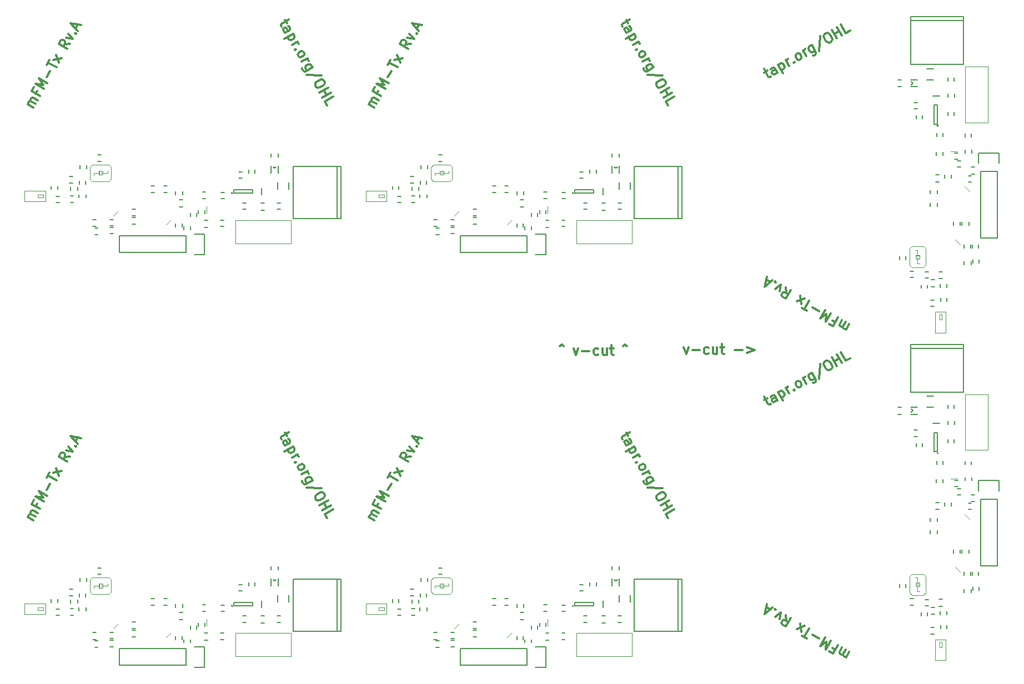
<source format=gto>
G04 #@! TF.FileFunction,Legend,Top*
%FSLAX45Y45*%
G04 Gerber Fmt 4.5, Leading zero omitted, Abs format (unit mm)*
G04 Created by KiCad (PCBNEW 4.0.2+e4-6225~38~ubuntu14.04.1-stable) date Sat 30 Jul 2016 12:01:36 AM CDT*
%MOMM*%
G01*
G04 APERTURE LIST*
%ADD10C,0.100000*%
%ADD11C,0.300000*%
%ADD12C,0.150000*%
G04 APERTURE END LIST*
D10*
D11*
X17762518Y-7473377D02*
X17712518Y-7559979D01*
X17719661Y-7547608D02*
X17709904Y-7550222D01*
X17693960Y-7549265D01*
X17675403Y-7538551D01*
X17666602Y-7525222D01*
X17667559Y-7509279D01*
X17706845Y-7441234D01*
X17667559Y-7509279D02*
X17654231Y-7518079D01*
X17638287Y-7517122D01*
X17619730Y-7506408D01*
X17610929Y-7493079D01*
X17611886Y-7477136D01*
X17651172Y-7409091D01*
X17506726Y-7416422D02*
X17550027Y-7441422D01*
X17589313Y-7373377D02*
X17514313Y-7503281D01*
X17452454Y-7467566D01*
X17477967Y-7309091D02*
X17402967Y-7438995D01*
X17413237Y-7321206D01*
X17316364Y-7388995D01*
X17391364Y-7259091D01*
X17300934Y-7272864D02*
X17201960Y-7215721D01*
X17112230Y-7271138D02*
X17037999Y-7228281D01*
X17150114Y-7119805D02*
X17075114Y-7249709D01*
X17082070Y-7080520D02*
X16964025Y-7127837D01*
X17032070Y-7167122D02*
X17014025Y-7041234D01*
X16791333Y-6912663D02*
X16798920Y-6999521D01*
X16865563Y-6955520D02*
X16790563Y-7085423D01*
X16741076Y-7056852D01*
X16732276Y-7043523D01*
X16729661Y-7033766D01*
X16730618Y-7017823D01*
X16741332Y-6999265D01*
X16754661Y-6990465D01*
X16764418Y-6987850D01*
X16780362Y-6988807D01*
X16829849Y-7017379D01*
X16698031Y-6974265D02*
X16717102Y-6869805D01*
X16636172Y-6938551D01*
X16629542Y-6835749D02*
X16626928Y-6825991D01*
X16636685Y-6823377D01*
X16639300Y-6833134D01*
X16629542Y-6835749D01*
X16636685Y-6823377D01*
X16559583Y-6828349D02*
X16497724Y-6792635D01*
X16593384Y-6798377D02*
X16475082Y-6903281D01*
X16506781Y-6748377D01*
X17762518Y-12473377D02*
X17712518Y-12559979D01*
X17719661Y-12547608D02*
X17709904Y-12550222D01*
X17693960Y-12549265D01*
X17675403Y-12538551D01*
X17666602Y-12525222D01*
X17667559Y-12509279D01*
X17706845Y-12441234D01*
X17667559Y-12509279D02*
X17654231Y-12518079D01*
X17638287Y-12517122D01*
X17619730Y-12506408D01*
X17610929Y-12493079D01*
X17611886Y-12477136D01*
X17651172Y-12409091D01*
X17506726Y-12416422D02*
X17550027Y-12441422D01*
X17589313Y-12373377D02*
X17514313Y-12503281D01*
X17452454Y-12467566D01*
X17477967Y-12309091D02*
X17402967Y-12438995D01*
X17413237Y-12321206D01*
X17316364Y-12388995D01*
X17391364Y-12259091D01*
X17300934Y-12272864D02*
X17201960Y-12215721D01*
X17112230Y-12271138D02*
X17037999Y-12228281D01*
X17150114Y-12119805D02*
X17075114Y-12249709D01*
X17082070Y-12080520D02*
X16964025Y-12127837D01*
X17032070Y-12167122D02*
X17014025Y-12041234D01*
X16791333Y-11912663D02*
X16798920Y-11999521D01*
X16865563Y-11955520D02*
X16790563Y-12085423D01*
X16741076Y-12056852D01*
X16732276Y-12043523D01*
X16729661Y-12033766D01*
X16730618Y-12017823D01*
X16741332Y-11999265D01*
X16754661Y-11990465D01*
X16764418Y-11987850D01*
X16780362Y-11988807D01*
X16829849Y-12017379D01*
X16698031Y-11974265D02*
X16717102Y-11869805D01*
X16636172Y-11938551D01*
X16629542Y-11835749D02*
X16626928Y-11825991D01*
X16636685Y-11823377D01*
X16639300Y-11833134D01*
X16629542Y-11835749D01*
X16636685Y-11823377D01*
X16559583Y-11828349D02*
X16497724Y-11792635D01*
X16593384Y-11798377D02*
X16475082Y-11903281D01*
X16506781Y-11748377D01*
X15238571Y-7827857D02*
X15274286Y-7927857D01*
X15310000Y-7827857D01*
X15367143Y-7870714D02*
X15481429Y-7870714D01*
X15617143Y-7920714D02*
X15602857Y-7927857D01*
X15574286Y-7927857D01*
X15560000Y-7920714D01*
X15552857Y-7913571D01*
X15545714Y-7899286D01*
X15545714Y-7856429D01*
X15552857Y-7842143D01*
X15560000Y-7835000D01*
X15574286Y-7827857D01*
X15602857Y-7827857D01*
X15617143Y-7835000D01*
X15745714Y-7827857D02*
X15745714Y-7927857D01*
X15681429Y-7827857D02*
X15681429Y-7906429D01*
X15688571Y-7920714D01*
X15702857Y-7927857D01*
X15724286Y-7927857D01*
X15738571Y-7920714D01*
X15745714Y-7913571D01*
X15795714Y-7827857D02*
X15852857Y-7827857D01*
X15817143Y-7777857D02*
X15817143Y-7906429D01*
X15824286Y-7920714D01*
X15838571Y-7927857D01*
X15852857Y-7927857D01*
X16017143Y-7870714D02*
X16131429Y-7870714D01*
X16202857Y-7827857D02*
X16317143Y-7870714D01*
X16202857Y-7913571D01*
X13349286Y-7807143D02*
X13377857Y-7785714D01*
X13406429Y-7807143D01*
X13556429Y-7842857D02*
X13592143Y-7942857D01*
X13627857Y-7842857D01*
X13685000Y-7885714D02*
X13799286Y-7885714D01*
X13935000Y-7935714D02*
X13920714Y-7942857D01*
X13892143Y-7942857D01*
X13877857Y-7935714D01*
X13870714Y-7928571D01*
X13863571Y-7914286D01*
X13863571Y-7871429D01*
X13870714Y-7857143D01*
X13877857Y-7850000D01*
X13892143Y-7842857D01*
X13920714Y-7842857D01*
X13935000Y-7850000D01*
X14063571Y-7842857D02*
X14063571Y-7942857D01*
X13999286Y-7842857D02*
X13999286Y-7921429D01*
X14006428Y-7935714D01*
X14020714Y-7942857D01*
X14042143Y-7942857D01*
X14056428Y-7935714D01*
X14063571Y-7928571D01*
X14113571Y-7842857D02*
X14170714Y-7842857D01*
X14135000Y-7792857D02*
X14135000Y-7921429D01*
X14142143Y-7935714D01*
X14156429Y-7942857D01*
X14170714Y-7942857D01*
X14313571Y-7807143D02*
X14342143Y-7785714D01*
X14370714Y-7807143D01*
X10521623Y-10467518D02*
X10435021Y-10417518D01*
X10447392Y-10424661D02*
X10444778Y-10414904D01*
X10445735Y-10398960D01*
X10456449Y-10380403D01*
X10469778Y-10371602D01*
X10485721Y-10372559D01*
X10553766Y-10411845D01*
X10485721Y-10372559D02*
X10476921Y-10359231D01*
X10477878Y-10343287D01*
X10488592Y-10324730D01*
X10501921Y-10315929D01*
X10517864Y-10316886D01*
X10585909Y-10356172D01*
X10578578Y-10211726D02*
X10553578Y-10255027D01*
X10621623Y-10294313D02*
X10491719Y-10219313D01*
X10527434Y-10157454D01*
X10685909Y-10182967D02*
X10556005Y-10107967D01*
X10673794Y-10118237D01*
X10606005Y-10021364D01*
X10735909Y-10096364D01*
X10722136Y-10005934D02*
X10779279Y-9906960D01*
X10723862Y-9817230D02*
X10766719Y-9742999D01*
X10875195Y-9855114D02*
X10745291Y-9780114D01*
X10914480Y-9787070D02*
X10867163Y-9669025D01*
X10827878Y-9737070D02*
X10953766Y-9719025D01*
X11082337Y-9496333D02*
X10995479Y-9503920D01*
X11039480Y-9570563D02*
X10909577Y-9495563D01*
X10938148Y-9446076D01*
X10951477Y-9437276D01*
X10961234Y-9434661D01*
X10977177Y-9435618D01*
X10995735Y-9446333D01*
X11004535Y-9459661D01*
X11007150Y-9469419D01*
X11006193Y-9485362D01*
X10977621Y-9534849D01*
X11020735Y-9403031D02*
X11125195Y-9422102D01*
X11056449Y-9341172D01*
X11159251Y-9334542D02*
X11169009Y-9331928D01*
X11171623Y-9341685D01*
X11161866Y-9344300D01*
X11159251Y-9334542D01*
X11171623Y-9341685D01*
X11166651Y-9264584D02*
X11202365Y-9202725D01*
X11196623Y-9298384D02*
X11091719Y-9180083D01*
X11246623Y-9211781D01*
X16466060Y-8634664D02*
X16515547Y-8606092D01*
X16459618Y-8580648D02*
X16523903Y-8691994D01*
X16537232Y-8700795D01*
X16553175Y-8699837D01*
X16565547Y-8692695D01*
X16664522Y-8635552D02*
X16625236Y-8567507D01*
X16611907Y-8558707D01*
X16595964Y-8559664D01*
X16571220Y-8573949D01*
X16562420Y-8587278D01*
X16660950Y-8629366D02*
X16652150Y-8642695D01*
X16621220Y-8660552D01*
X16605277Y-8661509D01*
X16591948Y-8652708D01*
X16584805Y-8640337D01*
X16583848Y-8624393D01*
X16592649Y-8611065D01*
X16623578Y-8593208D01*
X16632379Y-8579879D01*
X16676381Y-8513235D02*
X16751381Y-8643139D01*
X16679952Y-8519421D02*
X16688752Y-8506092D01*
X16713496Y-8491806D01*
X16729439Y-8490849D01*
X16739196Y-8493464D01*
X16752525Y-8502264D01*
X16773954Y-8539380D01*
X16774911Y-8555323D01*
X16772296Y-8565080D01*
X16763496Y-8578409D01*
X16738752Y-8592695D01*
X16722809Y-8593652D01*
X16843913Y-8531980D02*
X16793913Y-8445378D01*
X16808198Y-8470121D02*
X16807241Y-8454178D01*
X16809856Y-8444421D01*
X16818656Y-8431092D01*
X16831028Y-8423949D01*
X16917186Y-8473180D02*
X16926944Y-8475795D01*
X16924329Y-8485552D01*
X16914572Y-8482937D01*
X16917186Y-8473180D01*
X16924329Y-8485552D01*
X17004746Y-8439123D02*
X16988803Y-8440080D01*
X16979045Y-8437466D01*
X16965717Y-8428665D01*
X16944288Y-8391550D01*
X16943331Y-8375607D01*
X16945946Y-8365849D01*
X16954746Y-8352521D01*
X16973304Y-8341806D01*
X16989247Y-8340849D01*
X16999004Y-8343464D01*
X17012333Y-8352264D01*
X17033762Y-8389380D01*
X17034718Y-8405323D01*
X17032104Y-8415080D01*
X17023304Y-8428409D01*
X17004746Y-8439123D01*
X17103720Y-8381980D02*
X17053720Y-8295378D01*
X17068006Y-8320121D02*
X17067049Y-8304178D01*
X17069663Y-8294421D01*
X17078464Y-8281092D01*
X17090836Y-8273949D01*
X17189810Y-8216806D02*
X17250524Y-8321967D01*
X17251481Y-8337910D01*
X17248867Y-8347667D01*
X17240066Y-8360996D01*
X17221509Y-8371710D01*
X17205565Y-8372667D01*
X17236239Y-8297223D02*
X17227438Y-8310552D01*
X17202695Y-8324837D01*
X17186751Y-8325794D01*
X17176994Y-8323180D01*
X17163665Y-8314380D01*
X17142237Y-8277264D01*
X17141280Y-8261321D01*
X17143894Y-8251564D01*
X17152695Y-8238235D01*
X17177438Y-8223949D01*
X17193381Y-8222992D01*
X17315886Y-8078033D02*
X17300968Y-8309338D01*
X17387502Y-8044934D02*
X17412246Y-8030648D01*
X17428189Y-8029691D01*
X17447704Y-8034920D01*
X17468175Y-8056092D01*
X17493175Y-8099393D01*
X17501275Y-8127708D01*
X17496046Y-8147223D01*
X17487246Y-8160552D01*
X17462502Y-8174837D01*
X17446559Y-8175794D01*
X17427044Y-8170565D01*
X17406573Y-8149393D01*
X17381573Y-8106092D01*
X17373473Y-8077777D01*
X17378702Y-8058262D01*
X17387502Y-8044934D01*
X17573848Y-8110552D02*
X17498848Y-7980648D01*
X17534563Y-8042507D02*
X17608793Y-7999650D01*
X17648079Y-8067694D02*
X17573079Y-7937791D01*
X17771797Y-7996266D02*
X17709938Y-8031980D01*
X17634938Y-7902076D01*
X16466060Y-3634663D02*
X16515547Y-3606092D01*
X16459618Y-3580648D02*
X16523903Y-3691994D01*
X16537232Y-3700794D01*
X16553175Y-3699837D01*
X16565547Y-3692695D01*
X16664522Y-3635552D02*
X16625236Y-3567507D01*
X16611907Y-3558707D01*
X16595964Y-3559663D01*
X16571220Y-3573949D01*
X16562420Y-3587278D01*
X16660950Y-3629366D02*
X16652150Y-3642695D01*
X16621220Y-3660552D01*
X16605277Y-3661509D01*
X16591948Y-3652708D01*
X16584805Y-3640337D01*
X16583848Y-3624393D01*
X16592649Y-3611065D01*
X16623578Y-3593207D01*
X16632379Y-3579879D01*
X16676381Y-3513235D02*
X16751381Y-3643139D01*
X16679952Y-3519421D02*
X16688752Y-3506092D01*
X16713496Y-3491806D01*
X16729439Y-3490849D01*
X16739196Y-3493464D01*
X16752525Y-3502264D01*
X16773954Y-3539380D01*
X16774911Y-3555323D01*
X16772296Y-3565080D01*
X16763496Y-3578409D01*
X16738752Y-3592695D01*
X16722809Y-3593652D01*
X16843913Y-3531980D02*
X16793913Y-3445378D01*
X16808198Y-3470121D02*
X16807241Y-3454178D01*
X16809856Y-3444421D01*
X16818656Y-3431092D01*
X16831028Y-3423949D01*
X16917186Y-3473180D02*
X16926944Y-3475794D01*
X16924329Y-3485552D01*
X16914572Y-3482937D01*
X16917186Y-3473180D01*
X16924329Y-3485552D01*
X17004746Y-3439123D02*
X16988803Y-3440080D01*
X16979045Y-3437466D01*
X16965717Y-3428665D01*
X16944288Y-3391550D01*
X16943331Y-3375607D01*
X16945946Y-3365849D01*
X16954746Y-3352521D01*
X16973304Y-3341806D01*
X16989247Y-3340849D01*
X16999004Y-3343464D01*
X17012333Y-3352264D01*
X17033762Y-3389380D01*
X17034718Y-3405323D01*
X17032104Y-3415080D01*
X17023304Y-3428409D01*
X17004746Y-3439123D01*
X17103720Y-3381980D02*
X17053720Y-3295378D01*
X17068006Y-3320121D02*
X17067049Y-3304178D01*
X17069663Y-3294421D01*
X17078464Y-3281092D01*
X17090836Y-3273949D01*
X17189810Y-3216806D02*
X17250524Y-3321967D01*
X17251481Y-3337910D01*
X17248867Y-3347667D01*
X17240066Y-3360996D01*
X17221509Y-3371710D01*
X17205565Y-3372667D01*
X17236239Y-3297223D02*
X17227438Y-3310552D01*
X17202695Y-3324837D01*
X17186751Y-3325794D01*
X17176994Y-3323180D01*
X17163665Y-3314380D01*
X17142237Y-3277264D01*
X17141280Y-3261321D01*
X17143894Y-3251564D01*
X17152695Y-3238235D01*
X17177438Y-3223949D01*
X17193381Y-3222992D01*
X17315886Y-3078033D02*
X17300968Y-3309338D01*
X17387502Y-3044934D02*
X17412246Y-3030648D01*
X17428189Y-3029691D01*
X17447704Y-3034920D01*
X17468175Y-3056092D01*
X17493175Y-3099393D01*
X17501275Y-3127708D01*
X17496046Y-3147223D01*
X17487246Y-3160552D01*
X17462502Y-3174837D01*
X17446559Y-3175794D01*
X17427044Y-3170565D01*
X17406573Y-3149393D01*
X17381573Y-3106092D01*
X17373473Y-3077777D01*
X17378702Y-3058262D01*
X17387502Y-3044934D01*
X17573848Y-3110552D02*
X17498848Y-2980648D01*
X17534563Y-3042507D02*
X17608793Y-2999650D01*
X17648079Y-3067694D02*
X17573079Y-2937791D01*
X17771797Y-2996266D02*
X17709938Y-3031980D01*
X17634938Y-2902076D01*
X14360336Y-9131060D02*
X14388908Y-9180547D01*
X14414352Y-9124618D02*
X14303006Y-9188904D01*
X14294205Y-9202232D01*
X14295163Y-9218176D01*
X14302305Y-9230547D01*
X14359448Y-9329522D02*
X14427493Y-9290236D01*
X14436293Y-9276907D01*
X14435336Y-9260964D01*
X14421051Y-9236220D01*
X14407722Y-9227420D01*
X14365634Y-9325950D02*
X14352305Y-9317150D01*
X14334448Y-9286220D01*
X14333491Y-9270277D01*
X14342292Y-9256948D01*
X14354663Y-9249806D01*
X14370607Y-9248849D01*
X14383935Y-9257649D01*
X14401792Y-9288578D01*
X14415121Y-9297379D01*
X14481765Y-9341381D02*
X14351861Y-9416381D01*
X14475579Y-9344952D02*
X14488908Y-9353752D01*
X14503194Y-9378496D01*
X14504151Y-9394439D01*
X14501536Y-9404197D01*
X14492736Y-9417525D01*
X14455620Y-9438954D01*
X14439677Y-9439911D01*
X14429920Y-9437296D01*
X14416591Y-9428496D01*
X14402305Y-9403752D01*
X14401348Y-9387809D01*
X14463020Y-9508913D02*
X14549622Y-9458913D01*
X14524879Y-9473198D02*
X14540822Y-9472241D01*
X14550579Y-9474856D01*
X14563908Y-9483656D01*
X14571051Y-9496028D01*
X14521820Y-9582186D02*
X14519205Y-9591944D01*
X14509448Y-9589329D01*
X14512063Y-9579572D01*
X14521820Y-9582186D01*
X14509448Y-9589329D01*
X14555877Y-9669746D02*
X14554920Y-9653803D01*
X14557534Y-9644045D01*
X14566335Y-9630717D01*
X14603450Y-9609288D01*
X14619393Y-9608331D01*
X14629151Y-9610946D01*
X14642479Y-9619746D01*
X14653194Y-9638304D01*
X14654151Y-9654247D01*
X14651536Y-9664004D01*
X14642736Y-9677333D01*
X14605620Y-9698762D01*
X14589677Y-9699718D01*
X14579920Y-9697104D01*
X14566591Y-9688304D01*
X14555877Y-9669746D01*
X14613020Y-9768720D02*
X14699622Y-9718720D01*
X14674879Y-9733006D02*
X14690822Y-9732049D01*
X14700579Y-9734663D01*
X14713908Y-9743464D01*
X14721051Y-9755836D01*
X14778194Y-9854810D02*
X14673033Y-9915524D01*
X14657090Y-9916481D01*
X14647333Y-9913867D01*
X14634004Y-9905066D01*
X14623290Y-9886509D01*
X14622333Y-9870565D01*
X14697777Y-9901239D02*
X14684448Y-9892438D01*
X14670163Y-9867695D01*
X14669205Y-9851751D01*
X14671820Y-9841994D01*
X14680620Y-9828665D01*
X14717736Y-9807237D01*
X14733679Y-9806280D01*
X14743436Y-9808894D01*
X14756765Y-9817695D01*
X14771051Y-9842438D01*
X14772008Y-9858381D01*
X14916966Y-9980886D02*
X14685662Y-9965968D01*
X14950066Y-10052502D02*
X14964352Y-10077246D01*
X14965309Y-10093189D01*
X14960080Y-10112704D01*
X14938908Y-10133175D01*
X14895607Y-10158175D01*
X14867292Y-10166275D01*
X14847777Y-10161046D01*
X14834448Y-10152246D01*
X14820163Y-10127502D01*
X14819206Y-10111559D01*
X14824434Y-10092044D01*
X14845607Y-10071573D01*
X14888908Y-10046573D01*
X14917223Y-10038473D01*
X14936738Y-10043702D01*
X14950066Y-10052502D01*
X14884448Y-10238848D02*
X15014352Y-10163848D01*
X14952493Y-10199563D02*
X14995350Y-10273793D01*
X14927305Y-10313079D02*
X15057209Y-10238079D01*
X14998734Y-10436797D02*
X14963020Y-10374938D01*
X15092924Y-10299938D01*
X5321623Y-10467518D02*
X5235021Y-10417518D01*
X5247392Y-10424661D02*
X5244778Y-10414904D01*
X5245735Y-10398960D01*
X5256449Y-10380403D01*
X5269778Y-10371602D01*
X5285721Y-10372559D01*
X5353766Y-10411845D01*
X5285721Y-10372559D02*
X5276921Y-10359231D01*
X5277878Y-10343287D01*
X5288592Y-10324730D01*
X5301921Y-10315929D01*
X5317864Y-10316886D01*
X5385909Y-10356172D01*
X5378578Y-10211726D02*
X5353578Y-10255027D01*
X5421623Y-10294313D02*
X5291719Y-10219313D01*
X5327434Y-10157454D01*
X5485909Y-10182967D02*
X5356005Y-10107967D01*
X5473794Y-10118237D01*
X5406005Y-10021364D01*
X5535909Y-10096364D01*
X5522136Y-10005934D02*
X5579279Y-9906960D01*
X5523862Y-9817230D02*
X5566719Y-9742999D01*
X5675195Y-9855114D02*
X5545291Y-9780114D01*
X5714480Y-9787070D02*
X5667163Y-9669025D01*
X5627878Y-9737070D02*
X5753766Y-9719025D01*
X5882337Y-9496333D02*
X5795478Y-9503920D01*
X5839480Y-9570563D02*
X5709576Y-9495563D01*
X5738148Y-9446076D01*
X5751477Y-9437276D01*
X5761234Y-9434661D01*
X5777177Y-9435618D01*
X5795735Y-9446333D01*
X5804535Y-9459661D01*
X5807150Y-9469419D01*
X5806193Y-9485362D01*
X5777621Y-9534849D01*
X5820735Y-9403031D02*
X5925195Y-9422102D01*
X5856449Y-9341172D01*
X5959251Y-9334542D02*
X5969009Y-9331928D01*
X5971623Y-9341685D01*
X5961866Y-9344300D01*
X5959251Y-9334542D01*
X5971623Y-9341685D01*
X5966651Y-9264584D02*
X6002365Y-9202725D01*
X5996623Y-9298384D02*
X5891719Y-9180083D01*
X6046623Y-9211781D01*
X9160337Y-9131060D02*
X9188908Y-9180547D01*
X9214352Y-9124618D02*
X9103006Y-9188904D01*
X9094206Y-9202232D01*
X9095163Y-9218176D01*
X9102305Y-9230547D01*
X9159448Y-9329522D02*
X9227493Y-9290236D01*
X9236293Y-9276907D01*
X9235337Y-9260964D01*
X9221051Y-9236220D01*
X9207722Y-9227420D01*
X9165634Y-9325950D02*
X9152305Y-9317150D01*
X9134448Y-9286220D01*
X9133491Y-9270277D01*
X9142292Y-9256948D01*
X9154663Y-9249806D01*
X9170607Y-9248849D01*
X9183935Y-9257649D01*
X9201793Y-9288578D01*
X9215121Y-9297379D01*
X9281765Y-9341381D02*
X9151861Y-9416381D01*
X9275579Y-9344952D02*
X9288908Y-9353752D01*
X9303194Y-9378496D01*
X9304151Y-9394439D01*
X9301536Y-9404197D01*
X9292736Y-9417525D01*
X9255620Y-9438954D01*
X9239677Y-9439911D01*
X9229920Y-9437296D01*
X9216591Y-9428496D01*
X9202305Y-9403752D01*
X9201348Y-9387809D01*
X9263020Y-9508913D02*
X9349622Y-9458913D01*
X9324879Y-9473198D02*
X9340822Y-9472241D01*
X9350579Y-9474856D01*
X9363908Y-9483656D01*
X9371051Y-9496028D01*
X9321820Y-9582186D02*
X9319206Y-9591944D01*
X9309448Y-9589329D01*
X9312063Y-9579572D01*
X9321820Y-9582186D01*
X9309448Y-9589329D01*
X9355877Y-9669746D02*
X9354920Y-9653803D01*
X9357534Y-9644045D01*
X9366335Y-9630717D01*
X9403450Y-9609288D01*
X9419393Y-9608331D01*
X9429151Y-9610946D01*
X9442479Y-9619746D01*
X9453194Y-9638304D01*
X9454151Y-9654247D01*
X9451536Y-9664004D01*
X9442736Y-9677333D01*
X9405620Y-9698762D01*
X9389677Y-9699718D01*
X9379920Y-9697104D01*
X9366591Y-9688304D01*
X9355877Y-9669746D01*
X9413020Y-9768720D02*
X9499622Y-9718720D01*
X9474879Y-9733006D02*
X9490822Y-9732049D01*
X9500579Y-9734663D01*
X9513908Y-9743464D01*
X9521051Y-9755836D01*
X9578194Y-9854810D02*
X9473033Y-9915524D01*
X9457090Y-9916481D01*
X9447333Y-9913867D01*
X9434004Y-9905066D01*
X9423290Y-9886509D01*
X9422333Y-9870565D01*
X9497777Y-9901239D02*
X9484448Y-9892438D01*
X9470163Y-9867695D01*
X9469206Y-9851751D01*
X9471820Y-9841994D01*
X9480620Y-9828665D01*
X9517736Y-9807237D01*
X9533679Y-9806280D01*
X9543436Y-9808894D01*
X9556765Y-9817695D01*
X9571051Y-9842438D01*
X9572008Y-9858381D01*
X9716967Y-9980886D02*
X9485662Y-9965968D01*
X9750066Y-10052502D02*
X9764352Y-10077246D01*
X9765309Y-10093189D01*
X9760080Y-10112704D01*
X9738908Y-10133175D01*
X9695607Y-10158175D01*
X9667292Y-10166275D01*
X9647777Y-10161046D01*
X9634448Y-10152246D01*
X9620163Y-10127502D01*
X9619206Y-10111559D01*
X9624435Y-10092044D01*
X9645607Y-10071573D01*
X9688908Y-10046573D01*
X9717223Y-10038473D01*
X9736738Y-10043702D01*
X9750066Y-10052502D01*
X9684448Y-10238848D02*
X9814352Y-10163848D01*
X9752493Y-10199563D02*
X9795350Y-10273793D01*
X9727306Y-10313079D02*
X9857209Y-10238079D01*
X9798734Y-10436797D02*
X9763020Y-10374938D01*
X9892924Y-10299938D01*
X14360336Y-2831060D02*
X14388908Y-2880547D01*
X14414352Y-2824618D02*
X14303006Y-2888903D01*
X14294205Y-2902232D01*
X14295163Y-2918175D01*
X14302305Y-2930547D01*
X14359448Y-3029522D02*
X14427493Y-2990236D01*
X14436293Y-2976907D01*
X14435336Y-2960964D01*
X14421051Y-2936220D01*
X14407722Y-2927420D01*
X14365634Y-3025950D02*
X14352305Y-3017150D01*
X14334448Y-2986220D01*
X14333491Y-2970277D01*
X14342292Y-2956948D01*
X14354663Y-2949805D01*
X14370607Y-2948848D01*
X14383935Y-2957649D01*
X14401792Y-2988578D01*
X14415121Y-2997379D01*
X14481765Y-3041381D02*
X14351861Y-3116381D01*
X14475579Y-3044952D02*
X14488908Y-3053752D01*
X14503194Y-3078496D01*
X14504151Y-3094439D01*
X14501536Y-3104196D01*
X14492736Y-3117525D01*
X14455620Y-3138954D01*
X14439677Y-3139911D01*
X14429920Y-3137296D01*
X14416591Y-3128496D01*
X14402305Y-3103752D01*
X14401348Y-3087809D01*
X14463020Y-3208913D02*
X14549622Y-3158913D01*
X14524879Y-3173198D02*
X14540822Y-3172241D01*
X14550579Y-3174856D01*
X14563908Y-3183656D01*
X14571051Y-3196028D01*
X14521820Y-3282186D02*
X14519205Y-3291944D01*
X14509448Y-3289329D01*
X14512063Y-3279572D01*
X14521820Y-3282186D01*
X14509448Y-3289329D01*
X14555877Y-3369746D02*
X14554920Y-3353803D01*
X14557534Y-3344045D01*
X14566335Y-3330716D01*
X14603450Y-3309288D01*
X14619393Y-3308331D01*
X14629151Y-3310945D01*
X14642479Y-3319746D01*
X14653194Y-3338303D01*
X14654151Y-3354247D01*
X14651536Y-3364004D01*
X14642736Y-3377333D01*
X14605620Y-3398761D01*
X14589677Y-3399718D01*
X14579920Y-3397104D01*
X14566591Y-3388303D01*
X14555877Y-3369746D01*
X14613020Y-3468720D02*
X14699622Y-3418720D01*
X14674879Y-3433006D02*
X14690822Y-3432049D01*
X14700579Y-3434663D01*
X14713908Y-3443464D01*
X14721051Y-3455835D01*
X14778194Y-3554810D02*
X14673033Y-3615524D01*
X14657090Y-3616481D01*
X14647333Y-3613867D01*
X14634004Y-3605066D01*
X14623290Y-3586509D01*
X14622333Y-3570565D01*
X14697777Y-3601238D02*
X14684448Y-3592438D01*
X14670163Y-3567694D01*
X14669205Y-3551751D01*
X14671820Y-3541994D01*
X14680620Y-3528665D01*
X14717736Y-3507237D01*
X14733679Y-3506280D01*
X14743436Y-3508894D01*
X14756765Y-3517694D01*
X14771051Y-3542438D01*
X14772008Y-3558381D01*
X14916966Y-3680886D02*
X14685662Y-3665968D01*
X14950066Y-3752502D02*
X14964352Y-3777246D01*
X14965309Y-3793189D01*
X14960080Y-3812704D01*
X14938908Y-3833175D01*
X14895607Y-3858175D01*
X14867292Y-3866275D01*
X14847777Y-3861046D01*
X14834448Y-3852246D01*
X14820163Y-3827502D01*
X14819206Y-3811559D01*
X14824434Y-3792044D01*
X14845607Y-3771573D01*
X14888908Y-3746573D01*
X14917223Y-3738473D01*
X14936738Y-3743702D01*
X14950066Y-3752502D01*
X14884448Y-3938848D02*
X15014352Y-3863848D01*
X14952493Y-3899563D02*
X14995350Y-3973793D01*
X14927305Y-4013079D02*
X15057209Y-3938079D01*
X14998734Y-4136797D02*
X14963020Y-4074938D01*
X15092924Y-3999938D01*
X10521623Y-4167518D02*
X10435021Y-4117518D01*
X10447392Y-4124661D02*
X10444778Y-4114904D01*
X10445735Y-4098960D01*
X10456449Y-4080403D01*
X10469778Y-4071602D01*
X10485721Y-4072559D01*
X10553766Y-4111845D01*
X10485721Y-4072559D02*
X10476921Y-4059231D01*
X10477878Y-4043287D01*
X10488592Y-4024730D01*
X10501921Y-4015929D01*
X10517864Y-4016886D01*
X10585909Y-4056172D01*
X10578578Y-3911726D02*
X10553578Y-3955027D01*
X10621623Y-3994313D02*
X10491719Y-3919313D01*
X10527434Y-3857454D01*
X10685909Y-3882967D02*
X10556005Y-3807967D01*
X10673794Y-3818237D01*
X10606005Y-3721364D01*
X10735909Y-3796364D01*
X10722136Y-3705934D02*
X10779279Y-3606960D01*
X10723862Y-3517230D02*
X10766719Y-3442999D01*
X10875195Y-3555114D02*
X10745291Y-3480114D01*
X10914480Y-3487070D02*
X10867163Y-3369025D01*
X10827878Y-3437070D02*
X10953766Y-3419025D01*
X11082337Y-3196332D02*
X10995479Y-3203919D01*
X11039480Y-3270563D02*
X10909577Y-3195563D01*
X10938148Y-3146076D01*
X10951477Y-3137276D01*
X10961234Y-3134661D01*
X10977177Y-3135618D01*
X10995735Y-3146332D01*
X11004535Y-3159661D01*
X11007150Y-3169418D01*
X11006193Y-3185362D01*
X10977621Y-3234849D01*
X11020735Y-3103031D02*
X11125195Y-3122102D01*
X11056449Y-3041172D01*
X11159251Y-3034542D02*
X11169009Y-3031928D01*
X11171623Y-3041685D01*
X11161866Y-3044300D01*
X11159251Y-3034542D01*
X11171623Y-3041685D01*
X11166651Y-2964583D02*
X11202365Y-2902724D01*
X11196623Y-2998384D02*
X11091719Y-2880082D01*
X11246623Y-2911781D01*
X5321623Y-4167518D02*
X5235021Y-4117518D01*
X5247392Y-4124661D02*
X5244778Y-4114904D01*
X5245735Y-4098960D01*
X5256449Y-4080403D01*
X5269778Y-4071602D01*
X5285721Y-4072559D01*
X5353766Y-4111845D01*
X5285721Y-4072559D02*
X5276921Y-4059231D01*
X5277878Y-4043287D01*
X5288592Y-4024730D01*
X5301921Y-4015929D01*
X5317864Y-4016886D01*
X5385909Y-4056172D01*
X5378578Y-3911726D02*
X5353578Y-3955027D01*
X5421623Y-3994313D02*
X5291719Y-3919313D01*
X5327434Y-3857454D01*
X5485909Y-3882967D02*
X5356005Y-3807967D01*
X5473794Y-3818237D01*
X5406005Y-3721364D01*
X5535909Y-3796364D01*
X5522136Y-3705934D02*
X5579279Y-3606960D01*
X5523862Y-3517230D02*
X5566719Y-3442999D01*
X5675195Y-3555114D02*
X5545291Y-3480114D01*
X5714480Y-3487070D02*
X5667163Y-3369025D01*
X5627878Y-3437070D02*
X5753766Y-3419025D01*
X5882337Y-3196332D02*
X5795478Y-3203919D01*
X5839480Y-3270563D02*
X5709576Y-3195563D01*
X5738148Y-3146076D01*
X5751477Y-3137276D01*
X5761234Y-3134661D01*
X5777177Y-3135618D01*
X5795735Y-3146332D01*
X5804535Y-3159661D01*
X5807150Y-3169418D01*
X5806193Y-3185362D01*
X5777621Y-3234849D01*
X5820735Y-3103031D02*
X5925195Y-3122102D01*
X5856449Y-3041172D01*
X5959251Y-3034542D02*
X5969009Y-3031928D01*
X5971623Y-3041685D01*
X5961866Y-3044300D01*
X5959251Y-3034542D01*
X5971623Y-3041685D01*
X5966651Y-2964583D02*
X6002365Y-2902724D01*
X5996623Y-2998384D02*
X5891719Y-2880082D01*
X6046623Y-2911781D01*
X9160337Y-2831060D02*
X9188908Y-2880547D01*
X9214352Y-2824618D02*
X9103006Y-2888903D01*
X9094206Y-2902232D01*
X9095163Y-2918175D01*
X9102305Y-2930547D01*
X9159448Y-3029522D02*
X9227493Y-2990236D01*
X9236293Y-2976907D01*
X9235337Y-2960964D01*
X9221051Y-2936220D01*
X9207722Y-2927420D01*
X9165634Y-3025950D02*
X9152305Y-3017150D01*
X9134448Y-2986220D01*
X9133491Y-2970277D01*
X9142292Y-2956948D01*
X9154663Y-2949805D01*
X9170607Y-2948848D01*
X9183935Y-2957649D01*
X9201793Y-2988578D01*
X9215121Y-2997379D01*
X9281765Y-3041381D02*
X9151861Y-3116381D01*
X9275579Y-3044952D02*
X9288908Y-3053752D01*
X9303194Y-3078496D01*
X9304151Y-3094439D01*
X9301536Y-3104196D01*
X9292736Y-3117525D01*
X9255620Y-3138954D01*
X9239677Y-3139911D01*
X9229920Y-3137296D01*
X9216591Y-3128496D01*
X9202305Y-3103752D01*
X9201348Y-3087809D01*
X9263020Y-3208913D02*
X9349622Y-3158913D01*
X9324879Y-3173198D02*
X9340822Y-3172241D01*
X9350579Y-3174856D01*
X9363908Y-3183656D01*
X9371051Y-3196028D01*
X9321820Y-3282186D02*
X9319206Y-3291944D01*
X9309448Y-3289329D01*
X9312063Y-3279572D01*
X9321820Y-3282186D01*
X9309448Y-3289329D01*
X9355877Y-3369746D02*
X9354920Y-3353803D01*
X9357534Y-3344045D01*
X9366335Y-3330716D01*
X9403450Y-3309288D01*
X9419393Y-3308331D01*
X9429151Y-3310945D01*
X9442479Y-3319746D01*
X9453194Y-3338303D01*
X9454151Y-3354247D01*
X9451536Y-3364004D01*
X9442736Y-3377333D01*
X9405620Y-3398761D01*
X9389677Y-3399718D01*
X9379920Y-3397104D01*
X9366591Y-3388303D01*
X9355877Y-3369746D01*
X9413020Y-3468720D02*
X9499622Y-3418720D01*
X9474879Y-3433006D02*
X9490822Y-3432049D01*
X9500579Y-3434663D01*
X9513908Y-3443464D01*
X9521051Y-3455835D01*
X9578194Y-3554810D02*
X9473033Y-3615524D01*
X9457090Y-3616481D01*
X9447333Y-3613867D01*
X9434004Y-3605066D01*
X9423290Y-3586509D01*
X9422333Y-3570565D01*
X9497777Y-3601238D02*
X9484448Y-3592438D01*
X9470163Y-3567694D01*
X9469206Y-3551751D01*
X9471820Y-3541994D01*
X9480620Y-3528665D01*
X9517736Y-3507237D01*
X9533679Y-3506280D01*
X9543436Y-3508894D01*
X9556765Y-3517694D01*
X9571051Y-3542438D01*
X9572008Y-3558381D01*
X9716967Y-3680886D02*
X9485662Y-3665968D01*
X9750066Y-3752502D02*
X9764352Y-3777246D01*
X9765309Y-3793189D01*
X9760080Y-3812704D01*
X9738908Y-3833175D01*
X9695607Y-3858175D01*
X9667292Y-3866275D01*
X9647777Y-3861046D01*
X9634448Y-3852246D01*
X9620163Y-3827502D01*
X9619206Y-3811559D01*
X9624435Y-3792044D01*
X9645607Y-3771573D01*
X9688908Y-3746573D01*
X9717223Y-3738473D01*
X9736738Y-3743702D01*
X9750066Y-3752502D01*
X9684448Y-3938848D02*
X9814352Y-3863848D01*
X9752493Y-3899563D02*
X9795350Y-3973793D01*
X9727306Y-4013079D02*
X9857209Y-3938079D01*
X9798734Y-4136797D02*
X9763020Y-4074938D01*
X9892924Y-3999938D01*
D12*
X19130000Y-10197500D02*
X19080000Y-10197500D01*
X19080000Y-10302500D02*
X19130000Y-10302500D01*
X19212500Y-10195000D02*
X19212500Y-10245000D01*
X19317500Y-10245000D02*
X19317500Y-10195000D01*
D10*
X18802500Y-11417500D02*
X18802500Y-11342500D01*
X18802500Y-11342500D02*
X18767500Y-11342500D01*
X18802500Y-11477500D02*
X18802500Y-11552500D01*
X18802500Y-11552500D02*
X18837500Y-11552500D01*
X18832500Y-11432500D02*
X18832500Y-11462500D01*
X18832500Y-11462500D02*
X18772500Y-11462500D01*
X18772500Y-11462500D02*
X18772500Y-11432500D01*
X18772500Y-11432500D02*
X18832500Y-11432500D01*
X18832500Y-11477500D02*
X18772500Y-11477500D01*
X18832500Y-11417500D02*
X18772500Y-11417500D01*
X18892500Y-11287500D02*
X18712500Y-11287500D01*
X18927500Y-11572500D02*
X18927500Y-11322500D01*
X18892500Y-11607500D02*
X18712500Y-11607500D01*
X18677500Y-11322500D02*
X18677500Y-11572500D01*
X18712500Y-11607500D02*
X18677500Y-11572500D01*
X18712500Y-11287500D02*
X18677500Y-11322500D01*
X18892500Y-11607500D02*
X18927500Y-11572500D01*
X18892500Y-11287500D02*
X18927500Y-11322500D01*
X19592500Y-10447500D02*
X19517500Y-10372500D01*
X19452500Y-11257500D02*
X19377500Y-11182500D01*
X19525000Y-9395000D02*
X19875000Y-9395000D01*
X19525000Y-8545000D02*
X19875000Y-8545000D01*
X19875000Y-9395000D02*
X19875000Y-8545000D01*
X19525000Y-9395000D02*
X19525000Y-8545000D01*
D12*
X19035000Y-8990000D02*
X19135000Y-8990000D01*
D10*
X19175000Y-12325000D02*
X19175000Y-12405000D01*
X19175000Y-12405000D02*
X19135000Y-12405000D01*
X19135000Y-12405000D02*
X19135000Y-12325000D01*
X19175000Y-12325000D02*
X19135000Y-12325000D01*
X19235000Y-12285000D02*
X19235000Y-12605000D01*
X19235000Y-12605000D02*
X19075000Y-12605000D01*
X19075000Y-12605000D02*
X19075000Y-12285000D01*
X19075000Y-12285000D02*
X19235000Y-12285000D01*
X19410000Y-9835000D02*
X19310000Y-9835000D01*
D12*
X19120000Y-9445000D02*
G75*
G03X19120000Y-9445000I-10000J0D01*
G01*
X19055000Y-9420000D02*
X19105000Y-9420000D01*
X19055000Y-9130000D02*
X19055000Y-9420000D01*
X19105000Y-9130000D02*
X19055000Y-9130000D01*
X19105000Y-9420000D02*
X19105000Y-9130000D01*
X19515000Y-11517500D02*
X19515000Y-11567500D01*
X19620000Y-11567500D02*
X19620000Y-11517500D01*
X19350000Y-10917500D02*
X19350000Y-10967500D01*
X19455000Y-10967500D02*
X19455000Y-10917500D01*
X19480000Y-10917500D02*
X19480000Y-10967500D01*
X19585000Y-10967500D02*
X19585000Y-10917500D01*
X18997500Y-10625000D02*
X18997500Y-10675000D01*
X19102500Y-10675000D02*
X19102500Y-10625000D01*
X19102500Y-10485000D02*
X19102500Y-10435000D01*
X18997500Y-10435000D02*
X18997500Y-10485000D01*
X19670000Y-10077500D02*
X19620000Y-10077500D01*
X19620000Y-10182500D02*
X19670000Y-10182500D01*
X18555000Y-8742500D02*
X18505000Y-8742500D01*
X18505000Y-8847500D02*
X18555000Y-8847500D01*
X19087500Y-9845000D02*
X19087500Y-9895000D01*
X19192500Y-9895000D02*
X19192500Y-9845000D01*
X19367500Y-9005000D02*
X19367500Y-8955000D01*
X19262500Y-8955000D02*
X19262500Y-9005000D01*
X19525000Y-9812500D02*
X19525000Y-9862500D01*
X19630000Y-9862500D02*
X19630000Y-9812500D01*
X19763000Y-10144500D02*
X19763000Y-11160500D01*
X19763000Y-11160500D02*
X20017000Y-11160500D01*
X20017000Y-11160500D02*
X20017000Y-10144500D01*
X19735000Y-9862500D02*
X19735000Y-10017500D01*
X19763000Y-10144500D02*
X20017000Y-10144500D01*
X20045000Y-10017500D02*
X20045000Y-9862500D01*
X20045000Y-9862500D02*
X19735000Y-9862500D01*
X19500000Y-7780500D02*
X18700000Y-7780500D01*
X19500000Y-8512500D02*
X18700000Y-8512500D01*
X18700000Y-8512500D02*
X18700000Y-7780500D01*
X18700000Y-7842500D02*
X19500000Y-7842500D01*
X19500000Y-7780500D02*
X19500000Y-8512500D01*
X19015000Y-11902500D02*
X19065000Y-11902500D01*
X19065000Y-11797500D02*
X19015000Y-11797500D01*
X19252500Y-11910000D02*
X19252500Y-11860000D01*
X19147500Y-11860000D02*
X19147500Y-11910000D01*
X19130000Y-11777500D02*
X19180000Y-11777500D01*
X19180000Y-11672500D02*
X19130000Y-11672500D01*
X18730000Y-8795000D02*
X18710000Y-8770000D01*
X18710000Y-8820000D02*
X18730000Y-8795000D01*
X18695000Y-8847500D02*
X18800000Y-8847500D01*
X18695000Y-8742500D02*
X18800000Y-8742500D01*
X19052500Y-12105000D02*
X19002500Y-12105000D01*
X19002500Y-12200000D02*
X19052500Y-12200000D01*
X19155000Y-12072500D02*
X19155000Y-12122500D01*
X19250000Y-12122500D02*
X19250000Y-12072500D01*
X18920000Y-11772500D02*
X18970000Y-11772500D01*
X18970000Y-11677500D02*
X18920000Y-11677500D01*
X18952500Y-11925000D02*
X18952500Y-11875000D01*
X18857500Y-11875000D02*
X18857500Y-11925000D01*
X19635000Y-11257500D02*
X19635000Y-11307500D01*
X19730000Y-11307500D02*
X19730000Y-11257500D01*
X19740000Y-11537500D02*
X19740000Y-11487500D01*
X19645000Y-11487500D02*
X19645000Y-11537500D01*
X18687500Y-11760000D02*
X18737500Y-11760000D01*
X18737500Y-11665000D02*
X18687500Y-11665000D01*
X18622500Y-11490000D02*
X18622500Y-11440000D01*
X18527500Y-11440000D02*
X18527500Y-11490000D01*
X19515000Y-11257500D02*
X19515000Y-11307500D01*
X19610000Y-11307500D02*
X19610000Y-11257500D01*
X19575000Y-10302500D02*
X19625000Y-10302500D01*
X19625000Y-10207500D02*
X19575000Y-10207500D01*
X18782500Y-9290000D02*
X18782500Y-9340000D01*
X18877500Y-9340000D02*
X18877500Y-9290000D01*
X18750000Y-9187500D02*
X18800000Y-9187500D01*
X18800000Y-9092500D02*
X18750000Y-9092500D01*
X19367500Y-9955000D02*
X19417500Y-9955000D01*
X19417500Y-9860000D02*
X19367500Y-9860000D01*
X19262500Y-8710000D02*
X19262500Y-8760000D01*
X19357500Y-8760000D02*
X19357500Y-8710000D01*
X19262500Y-9235000D02*
X19262500Y-9285000D01*
X19357500Y-9285000D02*
X19357500Y-9235000D01*
X18945000Y-8745000D02*
X19045000Y-8745000D01*
X19045000Y-8575000D02*
X18945000Y-8575000D01*
X19525000Y-9567500D02*
X19525000Y-9617500D01*
X19620000Y-9617500D02*
X19620000Y-9567500D01*
X19410000Y-10077500D02*
X19460000Y-10077500D01*
X19460000Y-9982500D02*
X19410000Y-9982500D01*
X19097500Y-9560000D02*
X19097500Y-9610000D01*
X19192500Y-9610000D02*
X19192500Y-9560000D01*
X19097500Y-4560000D02*
X19097500Y-4610000D01*
X19192500Y-4610000D02*
X19192500Y-4560000D01*
X19410000Y-5077500D02*
X19460000Y-5077500D01*
X19460000Y-4982500D02*
X19410000Y-4982500D01*
X19525000Y-4567500D02*
X19525000Y-4617500D01*
X19620000Y-4617500D02*
X19620000Y-4567500D01*
X18945000Y-3745000D02*
X19045000Y-3745000D01*
X19045000Y-3575000D02*
X18945000Y-3575000D01*
X19262500Y-4235000D02*
X19262500Y-4285000D01*
X19357500Y-4285000D02*
X19357500Y-4235000D01*
X19262500Y-3710000D02*
X19262500Y-3760000D01*
X19357500Y-3760000D02*
X19357500Y-3710000D01*
X19367500Y-4955000D02*
X19417500Y-4955000D01*
X19417500Y-4860000D02*
X19367500Y-4860000D01*
X18750000Y-4187500D02*
X18800000Y-4187500D01*
X18800000Y-4092500D02*
X18750000Y-4092500D01*
X18782500Y-4290000D02*
X18782500Y-4340000D01*
X18877500Y-4340000D02*
X18877500Y-4290000D01*
X19575000Y-5302500D02*
X19625000Y-5302500D01*
X19625000Y-5207500D02*
X19575000Y-5207500D01*
X19515000Y-6257500D02*
X19515000Y-6307500D01*
X19610000Y-6307500D02*
X19610000Y-6257500D01*
X18622500Y-6490000D02*
X18622500Y-6440000D01*
X18527500Y-6440000D02*
X18527500Y-6490000D01*
X18687500Y-6760000D02*
X18737500Y-6760000D01*
X18737500Y-6665000D02*
X18687500Y-6665000D01*
X19740000Y-6537500D02*
X19740000Y-6487500D01*
X19645000Y-6487500D02*
X19645000Y-6537500D01*
X19635000Y-6257500D02*
X19635000Y-6307500D01*
X19730000Y-6307500D02*
X19730000Y-6257500D01*
X18952500Y-6925000D02*
X18952500Y-6875000D01*
X18857500Y-6875000D02*
X18857500Y-6925000D01*
X18920000Y-6772500D02*
X18970000Y-6772500D01*
X18970000Y-6677500D02*
X18920000Y-6677500D01*
X19155000Y-7072500D02*
X19155000Y-7122500D01*
X19250000Y-7122500D02*
X19250000Y-7072500D01*
X19052500Y-7105000D02*
X19002500Y-7105000D01*
X19002500Y-7200000D02*
X19052500Y-7200000D01*
X18730000Y-3795000D02*
X18710000Y-3770000D01*
X18710000Y-3820000D02*
X18730000Y-3795000D01*
X18695000Y-3847500D02*
X18800000Y-3847500D01*
X18695000Y-3742500D02*
X18800000Y-3742500D01*
X19130000Y-6777500D02*
X19180000Y-6777500D01*
X19180000Y-6672500D02*
X19130000Y-6672500D01*
X19252500Y-6910000D02*
X19252500Y-6860000D01*
X19147500Y-6860000D02*
X19147500Y-6910000D01*
X19015000Y-6902500D02*
X19065000Y-6902500D01*
X19065000Y-6797500D02*
X19015000Y-6797500D01*
X19500000Y-2780500D02*
X18700000Y-2780500D01*
X19500000Y-3512500D02*
X18700000Y-3512500D01*
X18700000Y-3512500D02*
X18700000Y-2780500D01*
X18700000Y-2842500D02*
X19500000Y-2842500D01*
X19500000Y-2780500D02*
X19500000Y-3512500D01*
X19763000Y-5144500D02*
X19763000Y-6160500D01*
X19763000Y-6160500D02*
X20017000Y-6160500D01*
X20017000Y-6160500D02*
X20017000Y-5144500D01*
X19735000Y-4862500D02*
X19735000Y-5017500D01*
X19763000Y-5144500D02*
X20017000Y-5144500D01*
X20045000Y-5017500D02*
X20045000Y-4862500D01*
X20045000Y-4862500D02*
X19735000Y-4862500D01*
X19525000Y-4812500D02*
X19525000Y-4862500D01*
X19630000Y-4862500D02*
X19630000Y-4812500D01*
X19367500Y-4005000D02*
X19367500Y-3955000D01*
X19262500Y-3955000D02*
X19262500Y-4005000D01*
X19087500Y-4845000D02*
X19087500Y-4895000D01*
X19192500Y-4895000D02*
X19192500Y-4845000D01*
X18555000Y-3742500D02*
X18505000Y-3742500D01*
X18505000Y-3847500D02*
X18555000Y-3847500D01*
X19670000Y-5077500D02*
X19620000Y-5077500D01*
X19620000Y-5182500D02*
X19670000Y-5182500D01*
X19102500Y-5485000D02*
X19102500Y-5435000D01*
X18997500Y-5435000D02*
X18997500Y-5485000D01*
X18997500Y-5625000D02*
X18997500Y-5675000D01*
X19102500Y-5675000D02*
X19102500Y-5625000D01*
X19480000Y-5917500D02*
X19480000Y-5967500D01*
X19585000Y-5967500D02*
X19585000Y-5917500D01*
X19350000Y-5917500D02*
X19350000Y-5967500D01*
X19455000Y-5967500D02*
X19455000Y-5917500D01*
X19515000Y-6517500D02*
X19515000Y-6567500D01*
X19620000Y-6567500D02*
X19620000Y-6517500D01*
X19120000Y-4445000D02*
G75*
G03X19120000Y-4445000I-10000J0D01*
G01*
X19055000Y-4420000D02*
X19105000Y-4420000D01*
X19055000Y-4130000D02*
X19055000Y-4420000D01*
X19105000Y-4130000D02*
X19055000Y-4130000D01*
X19105000Y-4420000D02*
X19105000Y-4130000D01*
D10*
X19410000Y-4835000D02*
X19310000Y-4835000D01*
X19175000Y-7325000D02*
X19175000Y-7405000D01*
X19175000Y-7405000D02*
X19135000Y-7405000D01*
X19135000Y-7405000D02*
X19135000Y-7325000D01*
X19175000Y-7325000D02*
X19135000Y-7325000D01*
X19235000Y-7285000D02*
X19235000Y-7605000D01*
X19235000Y-7605000D02*
X19075000Y-7605000D01*
X19075000Y-7605000D02*
X19075000Y-7285000D01*
X19075000Y-7285000D02*
X19235000Y-7285000D01*
D12*
X19035000Y-3990000D02*
X19135000Y-3990000D01*
D10*
X19525000Y-4395000D02*
X19875000Y-4395000D01*
X19525000Y-3545000D02*
X19875000Y-3545000D01*
X19875000Y-4395000D02*
X19875000Y-3545000D01*
X19525000Y-4395000D02*
X19525000Y-3545000D01*
X19452500Y-6257500D02*
X19377500Y-6182500D01*
X19592500Y-5447500D02*
X19517500Y-5372500D01*
X18802500Y-6417500D02*
X18802500Y-6342500D01*
X18802500Y-6342500D02*
X18767500Y-6342500D01*
X18802500Y-6477500D02*
X18802500Y-6552500D01*
X18802500Y-6552500D02*
X18837500Y-6552500D01*
X18832500Y-6432500D02*
X18832500Y-6462500D01*
X18832500Y-6462500D02*
X18772500Y-6462500D01*
X18772500Y-6462500D02*
X18772500Y-6432500D01*
X18772500Y-6432500D02*
X18832500Y-6432500D01*
X18832500Y-6477500D02*
X18772500Y-6477500D01*
X18832500Y-6417500D02*
X18772500Y-6417500D01*
X18892500Y-6287500D02*
X18712500Y-6287500D01*
X18927500Y-6572500D02*
X18927500Y-6322500D01*
X18892500Y-6607500D02*
X18712500Y-6607500D01*
X18677500Y-6322500D02*
X18677500Y-6572500D01*
X18712500Y-6607500D02*
X18677500Y-6572500D01*
X18712500Y-6287500D02*
X18677500Y-6322500D01*
X18892500Y-6607500D02*
X18927500Y-6572500D01*
X18892500Y-6287500D02*
X18927500Y-6322500D01*
D12*
X19212500Y-5195000D02*
X19212500Y-5245000D01*
X19317500Y-5245000D02*
X19317500Y-5195000D01*
X19130000Y-5197500D02*
X19080000Y-5197500D01*
X19080000Y-5302500D02*
X19130000Y-5302500D01*
X12797500Y-11795000D02*
X12797500Y-11745000D01*
X12692500Y-11745000D02*
X12692500Y-11795000D01*
X12800000Y-11877500D02*
X12750000Y-11877500D01*
X12750000Y-11982500D02*
X12800000Y-11982500D01*
D10*
X11577500Y-11467500D02*
X11652500Y-11467500D01*
X11652500Y-11467500D02*
X11652500Y-11432500D01*
X11517500Y-11467500D02*
X11442500Y-11467500D01*
X11442500Y-11467500D02*
X11442500Y-11502500D01*
X11562500Y-11497500D02*
X11532500Y-11497500D01*
X11532500Y-11497500D02*
X11532500Y-11437500D01*
X11532500Y-11437500D02*
X11562500Y-11437500D01*
X11562500Y-11437500D02*
X11562500Y-11497500D01*
X11517500Y-11497500D02*
X11517500Y-11437500D01*
X11577500Y-11497500D02*
X11577500Y-11437500D01*
X11707500Y-11557500D02*
X11707500Y-11377500D01*
X11422500Y-11592500D02*
X11672500Y-11592500D01*
X11387500Y-11557500D02*
X11387500Y-11377500D01*
X11672500Y-11342500D02*
X11422500Y-11342500D01*
X11387500Y-11377500D02*
X11422500Y-11342500D01*
X11707500Y-11377500D02*
X11672500Y-11342500D01*
X11387500Y-11557500D02*
X11422500Y-11592500D01*
X11707500Y-11557500D02*
X11672500Y-11592500D01*
X12547500Y-12257500D02*
X12622500Y-12182500D01*
X11737500Y-12117500D02*
X11812500Y-12042500D01*
X13600000Y-12190000D02*
X13600000Y-12540000D01*
X14450000Y-12190000D02*
X14450000Y-12540000D01*
X13600000Y-12540000D02*
X14450000Y-12540000D01*
X13600000Y-12190000D02*
X14450000Y-12190000D01*
D12*
X14005000Y-11700000D02*
X14005000Y-11800000D01*
D10*
X10670000Y-11840000D02*
X10590000Y-11840000D01*
X10590000Y-11840000D02*
X10590000Y-11800000D01*
X10590000Y-11800000D02*
X10670000Y-11800000D01*
X10670000Y-11840000D02*
X10670000Y-11800000D01*
X10710000Y-11900000D02*
X10390000Y-11900000D01*
X10390000Y-11900000D02*
X10390000Y-11740000D01*
X10390000Y-11740000D02*
X10710000Y-11740000D01*
X10710000Y-11740000D02*
X10710000Y-11900000D01*
X13160000Y-12075000D02*
X13160000Y-11975000D01*
D12*
X13560000Y-11775000D02*
G75*
G03X13560000Y-11775000I-10000J0D01*
G01*
X13575000Y-11720000D02*
X13575000Y-11770000D01*
X13865000Y-11720000D02*
X13575000Y-11720000D01*
X13865000Y-11770000D02*
X13865000Y-11720000D01*
X13575000Y-11770000D02*
X13865000Y-11770000D01*
X11477500Y-12180000D02*
X11427500Y-12180000D01*
X11427500Y-12285000D02*
X11477500Y-12285000D01*
X12077500Y-12015000D02*
X12027500Y-12015000D01*
X12027500Y-12120000D02*
X12077500Y-12120000D01*
X12077500Y-12145000D02*
X12027500Y-12145000D01*
X12027500Y-12250000D02*
X12077500Y-12250000D01*
X12370000Y-11662500D02*
X12320000Y-11662500D01*
X12320000Y-11767500D02*
X12370000Y-11767500D01*
X12510000Y-11767500D02*
X12560000Y-11767500D01*
X12560000Y-11662500D02*
X12510000Y-11662500D01*
X12917500Y-12335000D02*
X12917500Y-12285000D01*
X12812500Y-12285000D02*
X12812500Y-12335000D01*
X14252500Y-11220000D02*
X14252500Y-11170000D01*
X14147500Y-11170000D02*
X14147500Y-11220000D01*
X13150000Y-11752500D02*
X13100000Y-11752500D01*
X13100000Y-11857500D02*
X13150000Y-11857500D01*
X13990000Y-12032500D02*
X14040000Y-12032500D01*
X14040000Y-11927500D02*
X13990000Y-11927500D01*
X13182500Y-12190000D02*
X13132500Y-12190000D01*
X13132500Y-12295000D02*
X13182500Y-12295000D01*
X12850500Y-12428000D02*
X11834500Y-12428000D01*
X11834500Y-12428000D02*
X11834500Y-12682000D01*
X11834500Y-12682000D02*
X12850500Y-12682000D01*
X13132500Y-12400000D02*
X12977500Y-12400000D01*
X12850500Y-12428000D02*
X12850500Y-12682000D01*
X12977500Y-12710000D02*
X13132500Y-12710000D01*
X13132500Y-12710000D02*
X13132500Y-12400000D01*
X15214500Y-12165000D02*
X15214500Y-11365000D01*
X14482500Y-12165000D02*
X14482500Y-11365000D01*
X14482500Y-11365000D02*
X15214500Y-11365000D01*
X15152500Y-11365000D02*
X15152500Y-12165000D01*
X15214500Y-12165000D02*
X14482500Y-12165000D01*
X11092500Y-11680000D02*
X11092500Y-11730000D01*
X11197500Y-11730000D02*
X11197500Y-11680000D01*
X11085000Y-11917500D02*
X11135000Y-11917500D01*
X11135000Y-11812500D02*
X11085000Y-11812500D01*
X11217500Y-11795000D02*
X11217500Y-11845000D01*
X11322500Y-11845000D02*
X11322500Y-11795000D01*
X14200000Y-11395000D02*
X14225000Y-11375000D01*
X14175000Y-11375000D02*
X14200000Y-11395000D01*
X14147500Y-11360000D02*
X14147500Y-11465000D01*
X14252500Y-11360000D02*
X14252500Y-11465000D01*
X10890000Y-11717500D02*
X10890000Y-11667500D01*
X10795000Y-11667500D02*
X10795000Y-11717500D01*
X10922500Y-11820000D02*
X10872500Y-11820000D01*
X10872500Y-11915000D02*
X10922500Y-11915000D01*
X11222500Y-11585000D02*
X11222500Y-11635000D01*
X11317500Y-11635000D02*
X11317500Y-11585000D01*
X11070000Y-11617500D02*
X11120000Y-11617500D01*
X11120000Y-11522500D02*
X11070000Y-11522500D01*
X11737500Y-12300000D02*
X11687500Y-12300000D01*
X11687500Y-12395000D02*
X11737500Y-12395000D01*
X11457500Y-12405000D02*
X11507500Y-12405000D01*
X11507500Y-12310000D02*
X11457500Y-12310000D01*
X11235000Y-11352500D02*
X11235000Y-11402500D01*
X11330000Y-11402500D02*
X11330000Y-11352500D01*
X11505000Y-11287500D02*
X11555000Y-11287500D01*
X11555000Y-11192500D02*
X11505000Y-11192500D01*
X11737500Y-12180000D02*
X11687500Y-12180000D01*
X11687500Y-12275000D02*
X11737500Y-12275000D01*
X12692500Y-12240000D02*
X12692500Y-12290000D01*
X12787500Y-12290000D02*
X12787500Y-12240000D01*
X13705000Y-11447500D02*
X13655000Y-11447500D01*
X13655000Y-11542500D02*
X13705000Y-11542500D01*
X13807500Y-11415000D02*
X13807500Y-11465000D01*
X13902500Y-11465000D02*
X13902500Y-11415000D01*
X13040000Y-12032500D02*
X13040000Y-12082500D01*
X13135000Y-12082500D02*
X13135000Y-12032500D01*
X14285000Y-11927500D02*
X14235000Y-11927500D01*
X14235000Y-12022500D02*
X14285000Y-12022500D01*
X13760000Y-11927500D02*
X13710000Y-11927500D01*
X13710000Y-12022500D02*
X13760000Y-12022500D01*
X14250000Y-11610000D02*
X14250000Y-11710000D01*
X14420000Y-11710000D02*
X14420000Y-11610000D01*
X13427500Y-12190000D02*
X13377500Y-12190000D01*
X13377500Y-12285000D02*
X13427500Y-12285000D01*
X12917500Y-12075000D02*
X12917500Y-12125000D01*
X13012500Y-12125000D02*
X13012500Y-12075000D01*
X13435000Y-11762500D02*
X13385000Y-11762500D01*
X13385000Y-11857500D02*
X13435000Y-11857500D01*
X8235000Y-11762500D02*
X8185000Y-11762500D01*
X8185000Y-11857500D02*
X8235000Y-11857500D01*
X7717500Y-12075000D02*
X7717500Y-12125000D01*
X7812500Y-12125000D02*
X7812500Y-12075000D01*
X8227500Y-12190000D02*
X8177500Y-12190000D01*
X8177500Y-12285000D02*
X8227500Y-12285000D01*
X9050000Y-11610000D02*
X9050000Y-11710000D01*
X9220000Y-11710000D02*
X9220000Y-11610000D01*
X8560000Y-11927500D02*
X8510000Y-11927500D01*
X8510000Y-12022500D02*
X8560000Y-12022500D01*
X9085000Y-11927500D02*
X9035000Y-11927500D01*
X9035000Y-12022500D02*
X9085000Y-12022500D01*
X7840000Y-12032500D02*
X7840000Y-12082500D01*
X7935000Y-12082500D02*
X7935000Y-12032500D01*
X8607500Y-11415000D02*
X8607500Y-11465000D01*
X8702500Y-11465000D02*
X8702500Y-11415000D01*
X8505000Y-11447500D02*
X8455000Y-11447500D01*
X8455000Y-11542500D02*
X8505000Y-11542500D01*
X7492500Y-12240000D02*
X7492500Y-12290000D01*
X7587500Y-12290000D02*
X7587500Y-12240000D01*
X6537500Y-12180000D02*
X6487500Y-12180000D01*
X6487500Y-12275000D02*
X6537500Y-12275000D01*
X6305000Y-11287500D02*
X6355000Y-11287500D01*
X6355000Y-11192500D02*
X6305000Y-11192500D01*
X6035000Y-11352500D02*
X6035000Y-11402500D01*
X6130000Y-11402500D02*
X6130000Y-11352500D01*
X6257500Y-12405000D02*
X6307500Y-12405000D01*
X6307500Y-12310000D02*
X6257500Y-12310000D01*
X6537500Y-12300000D02*
X6487500Y-12300000D01*
X6487500Y-12395000D02*
X6537500Y-12395000D01*
X5870000Y-11617500D02*
X5920000Y-11617500D01*
X5920000Y-11522500D02*
X5870000Y-11522500D01*
X6022500Y-11585000D02*
X6022500Y-11635000D01*
X6117500Y-11635000D02*
X6117500Y-11585000D01*
X5722500Y-11820000D02*
X5672500Y-11820000D01*
X5672500Y-11915000D02*
X5722500Y-11915000D01*
X5690000Y-11717500D02*
X5690000Y-11667500D01*
X5595000Y-11667500D02*
X5595000Y-11717500D01*
X9000000Y-11395000D02*
X9025000Y-11375000D01*
X8975000Y-11375000D02*
X9000000Y-11395000D01*
X8947500Y-11360000D02*
X8947500Y-11465000D01*
X9052500Y-11360000D02*
X9052500Y-11465000D01*
X6017500Y-11795000D02*
X6017500Y-11845000D01*
X6122500Y-11845000D02*
X6122500Y-11795000D01*
X5885000Y-11917500D02*
X5935000Y-11917500D01*
X5935000Y-11812500D02*
X5885000Y-11812500D01*
X5892500Y-11680000D02*
X5892500Y-11730000D01*
X5997500Y-11730000D02*
X5997500Y-11680000D01*
X10014500Y-12165000D02*
X10014500Y-11365000D01*
X9282500Y-12165000D02*
X9282500Y-11365000D01*
X9282500Y-11365000D02*
X10014500Y-11365000D01*
X9952500Y-11365000D02*
X9952500Y-12165000D01*
X10014500Y-12165000D02*
X9282500Y-12165000D01*
X7650500Y-12428000D02*
X6634500Y-12428000D01*
X6634500Y-12428000D02*
X6634500Y-12682000D01*
X6634500Y-12682000D02*
X7650500Y-12682000D01*
X7932500Y-12400000D02*
X7777500Y-12400000D01*
X7650500Y-12428000D02*
X7650500Y-12682000D01*
X7777500Y-12710000D02*
X7932500Y-12710000D01*
X7932500Y-12710000D02*
X7932500Y-12400000D01*
X7982500Y-12190000D02*
X7932500Y-12190000D01*
X7932500Y-12295000D02*
X7982500Y-12295000D01*
X8790000Y-12032500D02*
X8840000Y-12032500D01*
X8840000Y-11927500D02*
X8790000Y-11927500D01*
X7950000Y-11752500D02*
X7900000Y-11752500D01*
X7900000Y-11857500D02*
X7950000Y-11857500D01*
X9052500Y-11220000D02*
X9052500Y-11170000D01*
X8947500Y-11170000D02*
X8947500Y-11220000D01*
X7717500Y-12335000D02*
X7717500Y-12285000D01*
X7612500Y-12285000D02*
X7612500Y-12335000D01*
X7310000Y-11767500D02*
X7360000Y-11767500D01*
X7360000Y-11662500D02*
X7310000Y-11662500D01*
X7170000Y-11662500D02*
X7120000Y-11662500D01*
X7120000Y-11767500D02*
X7170000Y-11767500D01*
X6877500Y-12145000D02*
X6827500Y-12145000D01*
X6827500Y-12250000D02*
X6877500Y-12250000D01*
X6877500Y-12015000D02*
X6827500Y-12015000D01*
X6827500Y-12120000D02*
X6877500Y-12120000D01*
X6277500Y-12180000D02*
X6227500Y-12180000D01*
X6227500Y-12285000D02*
X6277500Y-12285000D01*
X8360000Y-11775000D02*
G75*
G03X8360000Y-11775000I-10000J0D01*
G01*
X8375000Y-11720000D02*
X8375000Y-11770000D01*
X8665000Y-11720000D02*
X8375000Y-11720000D01*
X8665000Y-11770000D02*
X8665000Y-11720000D01*
X8375000Y-11770000D02*
X8665000Y-11770000D01*
D10*
X7960000Y-12075000D02*
X7960000Y-11975000D01*
X5470000Y-11840000D02*
X5390000Y-11840000D01*
X5390000Y-11840000D02*
X5390000Y-11800000D01*
X5390000Y-11800000D02*
X5470000Y-11800000D01*
X5470000Y-11840000D02*
X5470000Y-11800000D01*
X5510000Y-11900000D02*
X5190000Y-11900000D01*
X5190000Y-11900000D02*
X5190000Y-11740000D01*
X5190000Y-11740000D02*
X5510000Y-11740000D01*
X5510000Y-11740000D02*
X5510000Y-11900000D01*
D12*
X8805000Y-11700000D02*
X8805000Y-11800000D01*
D10*
X8400000Y-12190000D02*
X8400000Y-12540000D01*
X9250000Y-12190000D02*
X9250000Y-12540000D01*
X8400000Y-12540000D02*
X9250000Y-12540000D01*
X8400000Y-12190000D02*
X9250000Y-12190000D01*
X6537500Y-12117500D02*
X6612500Y-12042500D01*
X7347500Y-12257500D02*
X7422500Y-12182500D01*
X6377500Y-11467500D02*
X6452500Y-11467500D01*
X6452500Y-11467500D02*
X6452500Y-11432500D01*
X6317500Y-11467500D02*
X6242500Y-11467500D01*
X6242500Y-11467500D02*
X6242500Y-11502500D01*
X6362500Y-11497500D02*
X6332500Y-11497500D01*
X6332500Y-11497500D02*
X6332500Y-11437500D01*
X6332500Y-11437500D02*
X6362500Y-11437500D01*
X6362500Y-11437500D02*
X6362500Y-11497500D01*
X6317500Y-11497500D02*
X6317500Y-11437500D01*
X6377500Y-11497500D02*
X6377500Y-11437500D01*
X6507500Y-11557500D02*
X6507500Y-11377500D01*
X6222500Y-11592500D02*
X6472500Y-11592500D01*
X6187500Y-11557500D02*
X6187500Y-11377500D01*
X6472500Y-11342500D02*
X6222500Y-11342500D01*
X6187500Y-11377500D02*
X6222500Y-11342500D01*
X6507500Y-11377500D02*
X6472500Y-11342500D01*
X6187500Y-11557500D02*
X6222500Y-11592500D01*
X6507500Y-11557500D02*
X6472500Y-11592500D01*
D12*
X7600000Y-11877500D02*
X7550000Y-11877500D01*
X7550000Y-11982500D02*
X7600000Y-11982500D01*
X7597500Y-11795000D02*
X7597500Y-11745000D01*
X7492500Y-11745000D02*
X7492500Y-11795000D01*
X12797500Y-5495000D02*
X12797500Y-5445000D01*
X12692500Y-5445000D02*
X12692500Y-5495000D01*
X12800000Y-5577500D02*
X12750000Y-5577500D01*
X12750000Y-5682500D02*
X12800000Y-5682500D01*
D10*
X11577500Y-5167500D02*
X11652500Y-5167500D01*
X11652500Y-5167500D02*
X11652500Y-5132500D01*
X11517500Y-5167500D02*
X11442500Y-5167500D01*
X11442500Y-5167500D02*
X11442500Y-5202500D01*
X11562500Y-5197500D02*
X11532500Y-5197500D01*
X11532500Y-5197500D02*
X11532500Y-5137500D01*
X11532500Y-5137500D02*
X11562500Y-5137500D01*
X11562500Y-5137500D02*
X11562500Y-5197500D01*
X11517500Y-5197500D02*
X11517500Y-5137500D01*
X11577500Y-5197500D02*
X11577500Y-5137500D01*
X11707500Y-5257500D02*
X11707500Y-5077500D01*
X11422500Y-5292500D02*
X11672500Y-5292500D01*
X11387500Y-5257500D02*
X11387500Y-5077500D01*
X11672500Y-5042500D02*
X11422500Y-5042500D01*
X11387500Y-5077500D02*
X11422500Y-5042500D01*
X11707500Y-5077500D02*
X11672500Y-5042500D01*
X11387500Y-5257500D02*
X11422500Y-5292500D01*
X11707500Y-5257500D02*
X11672500Y-5292500D01*
X12547500Y-5957500D02*
X12622500Y-5882500D01*
X11737500Y-5817500D02*
X11812500Y-5742500D01*
X13600000Y-5890000D02*
X13600000Y-6240000D01*
X14450000Y-5890000D02*
X14450000Y-6240000D01*
X13600000Y-6240000D02*
X14450000Y-6240000D01*
X13600000Y-5890000D02*
X14450000Y-5890000D01*
D12*
X14005000Y-5400000D02*
X14005000Y-5500000D01*
D10*
X10670000Y-5540000D02*
X10590000Y-5540000D01*
X10590000Y-5540000D02*
X10590000Y-5500000D01*
X10590000Y-5500000D02*
X10670000Y-5500000D01*
X10670000Y-5540000D02*
X10670000Y-5500000D01*
X10710000Y-5600000D02*
X10390000Y-5600000D01*
X10390000Y-5600000D02*
X10390000Y-5440000D01*
X10390000Y-5440000D02*
X10710000Y-5440000D01*
X10710000Y-5440000D02*
X10710000Y-5600000D01*
X13160000Y-5775000D02*
X13160000Y-5675000D01*
D12*
X13560000Y-5475000D02*
G75*
G03X13560000Y-5475000I-10000J0D01*
G01*
X13575000Y-5420000D02*
X13575000Y-5470000D01*
X13865000Y-5420000D02*
X13575000Y-5420000D01*
X13865000Y-5470000D02*
X13865000Y-5420000D01*
X13575000Y-5470000D02*
X13865000Y-5470000D01*
X11477500Y-5880000D02*
X11427500Y-5880000D01*
X11427500Y-5985000D02*
X11477500Y-5985000D01*
X12077500Y-5715000D02*
X12027500Y-5715000D01*
X12027500Y-5820000D02*
X12077500Y-5820000D01*
X12077500Y-5845000D02*
X12027500Y-5845000D01*
X12027500Y-5950000D02*
X12077500Y-5950000D01*
X12370000Y-5362500D02*
X12320000Y-5362500D01*
X12320000Y-5467500D02*
X12370000Y-5467500D01*
X12510000Y-5467500D02*
X12560000Y-5467500D01*
X12560000Y-5362500D02*
X12510000Y-5362500D01*
X12917500Y-6035000D02*
X12917500Y-5985000D01*
X12812500Y-5985000D02*
X12812500Y-6035000D01*
X14252500Y-4920000D02*
X14252500Y-4870000D01*
X14147500Y-4870000D02*
X14147500Y-4920000D01*
X13150000Y-5452500D02*
X13100000Y-5452500D01*
X13100000Y-5557500D02*
X13150000Y-5557500D01*
X13990000Y-5732500D02*
X14040000Y-5732500D01*
X14040000Y-5627500D02*
X13990000Y-5627500D01*
X13182500Y-5890000D02*
X13132500Y-5890000D01*
X13132500Y-5995000D02*
X13182500Y-5995000D01*
X12850500Y-6128000D02*
X11834500Y-6128000D01*
X11834500Y-6128000D02*
X11834500Y-6382000D01*
X11834500Y-6382000D02*
X12850500Y-6382000D01*
X13132500Y-6100000D02*
X12977500Y-6100000D01*
X12850500Y-6128000D02*
X12850500Y-6382000D01*
X12977500Y-6410000D02*
X13132500Y-6410000D01*
X13132500Y-6410000D02*
X13132500Y-6100000D01*
X15214500Y-5865000D02*
X15214500Y-5065000D01*
X14482500Y-5865000D02*
X14482500Y-5065000D01*
X14482500Y-5065000D02*
X15214500Y-5065000D01*
X15152500Y-5065000D02*
X15152500Y-5865000D01*
X15214500Y-5865000D02*
X14482500Y-5865000D01*
X11092500Y-5380000D02*
X11092500Y-5430000D01*
X11197500Y-5430000D02*
X11197500Y-5380000D01*
X11085000Y-5617500D02*
X11135000Y-5617500D01*
X11135000Y-5512500D02*
X11085000Y-5512500D01*
X11217500Y-5495000D02*
X11217500Y-5545000D01*
X11322500Y-5545000D02*
X11322500Y-5495000D01*
X14200000Y-5095000D02*
X14225000Y-5075000D01*
X14175000Y-5075000D02*
X14200000Y-5095000D01*
X14147500Y-5060000D02*
X14147500Y-5165000D01*
X14252500Y-5060000D02*
X14252500Y-5165000D01*
X10890000Y-5417500D02*
X10890000Y-5367500D01*
X10795000Y-5367500D02*
X10795000Y-5417500D01*
X10922500Y-5520000D02*
X10872500Y-5520000D01*
X10872500Y-5615000D02*
X10922500Y-5615000D01*
X11222500Y-5285000D02*
X11222500Y-5335000D01*
X11317500Y-5335000D02*
X11317500Y-5285000D01*
X11070000Y-5317500D02*
X11120000Y-5317500D01*
X11120000Y-5222500D02*
X11070000Y-5222500D01*
X11737500Y-6000000D02*
X11687500Y-6000000D01*
X11687500Y-6095000D02*
X11737500Y-6095000D01*
X11457500Y-6105000D02*
X11507500Y-6105000D01*
X11507500Y-6010000D02*
X11457500Y-6010000D01*
X11235000Y-5052500D02*
X11235000Y-5102500D01*
X11330000Y-5102500D02*
X11330000Y-5052500D01*
X11505000Y-4987500D02*
X11555000Y-4987500D01*
X11555000Y-4892500D02*
X11505000Y-4892500D01*
X11737500Y-5880000D02*
X11687500Y-5880000D01*
X11687500Y-5975000D02*
X11737500Y-5975000D01*
X12692500Y-5940000D02*
X12692500Y-5990000D01*
X12787500Y-5990000D02*
X12787500Y-5940000D01*
X13705000Y-5147500D02*
X13655000Y-5147500D01*
X13655000Y-5242500D02*
X13705000Y-5242500D01*
X13807500Y-5115000D02*
X13807500Y-5165000D01*
X13902500Y-5165000D02*
X13902500Y-5115000D01*
X13040000Y-5732500D02*
X13040000Y-5782500D01*
X13135000Y-5782500D02*
X13135000Y-5732500D01*
X14285000Y-5627500D02*
X14235000Y-5627500D01*
X14235000Y-5722500D02*
X14285000Y-5722500D01*
X13760000Y-5627500D02*
X13710000Y-5627500D01*
X13710000Y-5722500D02*
X13760000Y-5722500D01*
X14250000Y-5310000D02*
X14250000Y-5410000D01*
X14420000Y-5410000D02*
X14420000Y-5310000D01*
X13427500Y-5890000D02*
X13377500Y-5890000D01*
X13377500Y-5985000D02*
X13427500Y-5985000D01*
X12917500Y-5775000D02*
X12917500Y-5825000D01*
X13012500Y-5825000D02*
X13012500Y-5775000D01*
X13435000Y-5462500D02*
X13385000Y-5462500D01*
X13385000Y-5557500D02*
X13435000Y-5557500D01*
X8235000Y-5462500D02*
X8185000Y-5462500D01*
X8185000Y-5557500D02*
X8235000Y-5557500D01*
X7717500Y-5775000D02*
X7717500Y-5825000D01*
X7812500Y-5825000D02*
X7812500Y-5775000D01*
X8227500Y-5890000D02*
X8177500Y-5890000D01*
X8177500Y-5985000D02*
X8227500Y-5985000D01*
X9050000Y-5310000D02*
X9050000Y-5410000D01*
X9220000Y-5410000D02*
X9220000Y-5310000D01*
X8560000Y-5627500D02*
X8510000Y-5627500D01*
X8510000Y-5722500D02*
X8560000Y-5722500D01*
X9085000Y-5627500D02*
X9035000Y-5627500D01*
X9035000Y-5722500D02*
X9085000Y-5722500D01*
X7840000Y-5732500D02*
X7840000Y-5782500D01*
X7935000Y-5782500D02*
X7935000Y-5732500D01*
X8607500Y-5115000D02*
X8607500Y-5165000D01*
X8702500Y-5165000D02*
X8702500Y-5115000D01*
X8505000Y-5147500D02*
X8455000Y-5147500D01*
X8455000Y-5242500D02*
X8505000Y-5242500D01*
X7492500Y-5940000D02*
X7492500Y-5990000D01*
X7587500Y-5990000D02*
X7587500Y-5940000D01*
X6537500Y-5880000D02*
X6487500Y-5880000D01*
X6487500Y-5975000D02*
X6537500Y-5975000D01*
X6305000Y-4987500D02*
X6355000Y-4987500D01*
X6355000Y-4892500D02*
X6305000Y-4892500D01*
X6035000Y-5052500D02*
X6035000Y-5102500D01*
X6130000Y-5102500D02*
X6130000Y-5052500D01*
X6257500Y-6105000D02*
X6307500Y-6105000D01*
X6307500Y-6010000D02*
X6257500Y-6010000D01*
X6537500Y-6000000D02*
X6487500Y-6000000D01*
X6487500Y-6095000D02*
X6537500Y-6095000D01*
X5870000Y-5317500D02*
X5920000Y-5317500D01*
X5920000Y-5222500D02*
X5870000Y-5222500D01*
X6022500Y-5285000D02*
X6022500Y-5335000D01*
X6117500Y-5335000D02*
X6117500Y-5285000D01*
X5722500Y-5520000D02*
X5672500Y-5520000D01*
X5672500Y-5615000D02*
X5722500Y-5615000D01*
X5690000Y-5417500D02*
X5690000Y-5367500D01*
X5595000Y-5367500D02*
X5595000Y-5417500D01*
X9000000Y-5095000D02*
X9025000Y-5075000D01*
X8975000Y-5075000D02*
X9000000Y-5095000D01*
X8947500Y-5060000D02*
X8947500Y-5165000D01*
X9052500Y-5060000D02*
X9052500Y-5165000D01*
X6017500Y-5495000D02*
X6017500Y-5545000D01*
X6122500Y-5545000D02*
X6122500Y-5495000D01*
X5885000Y-5617500D02*
X5935000Y-5617500D01*
X5935000Y-5512500D02*
X5885000Y-5512500D01*
X5892500Y-5380000D02*
X5892500Y-5430000D01*
X5997500Y-5430000D02*
X5997500Y-5380000D01*
X10014500Y-5865000D02*
X10014500Y-5065000D01*
X9282500Y-5865000D02*
X9282500Y-5065000D01*
X9282500Y-5065000D02*
X10014500Y-5065000D01*
X9952500Y-5065000D02*
X9952500Y-5865000D01*
X10014500Y-5865000D02*
X9282500Y-5865000D01*
X7650500Y-6128000D02*
X6634500Y-6128000D01*
X6634500Y-6128000D02*
X6634500Y-6382000D01*
X6634500Y-6382000D02*
X7650500Y-6382000D01*
X7932500Y-6100000D02*
X7777500Y-6100000D01*
X7650500Y-6128000D02*
X7650500Y-6382000D01*
X7777500Y-6410000D02*
X7932500Y-6410000D01*
X7932500Y-6410000D02*
X7932500Y-6100000D01*
X7982500Y-5890000D02*
X7932500Y-5890000D01*
X7932500Y-5995000D02*
X7982500Y-5995000D01*
X8790000Y-5732500D02*
X8840000Y-5732500D01*
X8840000Y-5627500D02*
X8790000Y-5627500D01*
X7950000Y-5452500D02*
X7900000Y-5452500D01*
X7900000Y-5557500D02*
X7950000Y-5557500D01*
X9052500Y-4920000D02*
X9052500Y-4870000D01*
X8947500Y-4870000D02*
X8947500Y-4920000D01*
X7717500Y-6035000D02*
X7717500Y-5985000D01*
X7612500Y-5985000D02*
X7612500Y-6035000D01*
X7310000Y-5467500D02*
X7360000Y-5467500D01*
X7360000Y-5362500D02*
X7310000Y-5362500D01*
X7170000Y-5362500D02*
X7120000Y-5362500D01*
X7120000Y-5467500D02*
X7170000Y-5467500D01*
X6877500Y-5845000D02*
X6827500Y-5845000D01*
X6827500Y-5950000D02*
X6877500Y-5950000D01*
X6877500Y-5715000D02*
X6827500Y-5715000D01*
X6827500Y-5820000D02*
X6877500Y-5820000D01*
X6277500Y-5880000D02*
X6227500Y-5880000D01*
X6227500Y-5985000D02*
X6277500Y-5985000D01*
X8360000Y-5475000D02*
G75*
G03X8360000Y-5475000I-10000J0D01*
G01*
X8375000Y-5420000D02*
X8375000Y-5470000D01*
X8665000Y-5420000D02*
X8375000Y-5420000D01*
X8665000Y-5470000D02*
X8665000Y-5420000D01*
X8375000Y-5470000D02*
X8665000Y-5470000D01*
D10*
X7960000Y-5775000D02*
X7960000Y-5675000D01*
X5470000Y-5540000D02*
X5390000Y-5540000D01*
X5390000Y-5540000D02*
X5390000Y-5500000D01*
X5390000Y-5500000D02*
X5470000Y-5500000D01*
X5470000Y-5540000D02*
X5470000Y-5500000D01*
X5510000Y-5600000D02*
X5190000Y-5600000D01*
X5190000Y-5600000D02*
X5190000Y-5440000D01*
X5190000Y-5440000D02*
X5510000Y-5440000D01*
X5510000Y-5440000D02*
X5510000Y-5600000D01*
D12*
X8805000Y-5400000D02*
X8805000Y-5500000D01*
D10*
X8400000Y-5890000D02*
X8400000Y-6240000D01*
X9250000Y-5890000D02*
X9250000Y-6240000D01*
X8400000Y-6240000D02*
X9250000Y-6240000D01*
X8400000Y-5890000D02*
X9250000Y-5890000D01*
X6537500Y-5817500D02*
X6612500Y-5742500D01*
X7347500Y-5957500D02*
X7422500Y-5882500D01*
X6377500Y-5167500D02*
X6452500Y-5167500D01*
X6452500Y-5167500D02*
X6452500Y-5132500D01*
X6317500Y-5167500D02*
X6242500Y-5167500D01*
X6242500Y-5167500D02*
X6242500Y-5202500D01*
X6362500Y-5197500D02*
X6332500Y-5197500D01*
X6332500Y-5197500D02*
X6332500Y-5137500D01*
X6332500Y-5137500D02*
X6362500Y-5137500D01*
X6362500Y-5137500D02*
X6362500Y-5197500D01*
X6317500Y-5197500D02*
X6317500Y-5137500D01*
X6377500Y-5197500D02*
X6377500Y-5137500D01*
X6507500Y-5257500D02*
X6507500Y-5077500D01*
X6222500Y-5292500D02*
X6472500Y-5292500D01*
X6187500Y-5257500D02*
X6187500Y-5077500D01*
X6472500Y-5042500D02*
X6222500Y-5042500D01*
X6187500Y-5077500D02*
X6222500Y-5042500D01*
X6507500Y-5077500D02*
X6472500Y-5042500D01*
X6187500Y-5257500D02*
X6222500Y-5292500D01*
X6507500Y-5257500D02*
X6472500Y-5292500D01*
D12*
X7600000Y-5577500D02*
X7550000Y-5577500D01*
X7550000Y-5682500D02*
X7600000Y-5682500D01*
X7597500Y-5495000D02*
X7597500Y-5445000D01*
X7492500Y-5445000D02*
X7492500Y-5495000D01*
M02*

</source>
